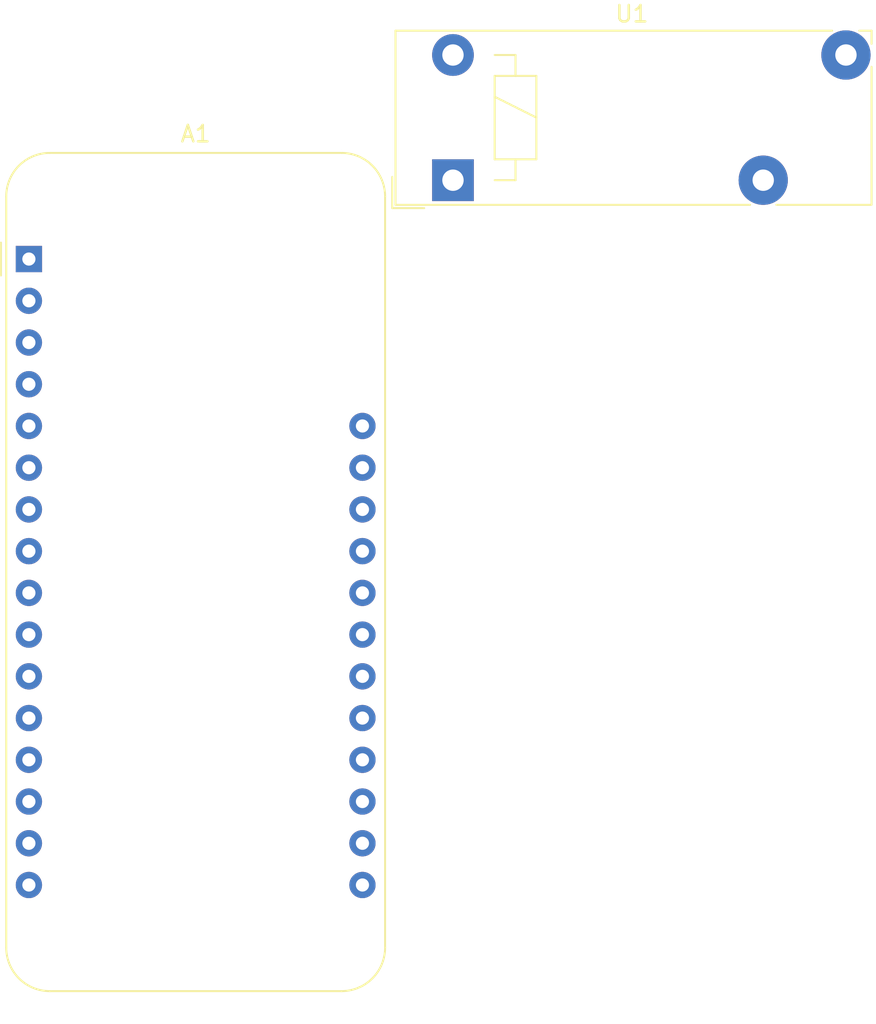
<source format=kicad_pcb>
(kicad_pcb (version 20221018) (generator pcbnew)
  (layers (0 "F.Cu" signal) (31 "B.Cu" signal) (34 "B.Paste" user) (35 "F.Paste" user) (36 "B.SilkS" user "B.Silkscreen") (37 "F.SilkS" user "F.Silkscreen") (38 "B.Mask" user) (39 "F.Mask" user) (44 "Edge.Cuts" user))
  (net 0 "")
  (footprint "Module:Adafruit_Feather" (layer "F.Cu") (at 93.98 58.42)
    (fp_text reference "A1" (at 10.16 -7.62) (layer "F.SilkS"))
    (fp_text value "Adafruit_Feather_Generic")
    (fp_line (start -1.7 1) (end -1.7 -1) (stroke (width 0.12)) (layer "F.SilkS"))
    (fp_line (start -1.38 -3.81) (end -1.38 41.91) (stroke (width 0.12)) (layer "F.SilkS"))
    (fp_line (start 19.05 -6.46) (end 1.27 -6.46) (stroke (width 0.12)) (layer "F.SilkS"))
    (fp_line (start 19.05 44.56) (end 1.27 44.56) (stroke (width 0.12)) (layer "F.SilkS"))
    (fp_line (start 21.7 -3.81) (end 21.7 41.91) (stroke (width 0.12)) (layer "F.SilkS"))
    (fp_arc (start -1.38 -3.81) (mid -0.603833 -5.683833) (end 1.27 -6.46) (stroke (width 0.12)) (layer "F.SilkS"))
    (fp_arc (start 1.27 44.56) (mid -0.603833 43.783833) (end -1.38 41.91) (stroke (width 0.12)) (layer "F.SilkS"))
    (fp_arc (start 19.05 -6.46) (mid 20.923833 -5.683833) (end 21.7 -3.81) (stroke (width 0.12)) (layer "F.SilkS"))
    (fp_arc (start 21.7 41.91) (mid 20.923833 43.783833) (end 19.05 44.56) (stroke (width 0.12)) (layer "F.SilkS"))
    (pad "1" thru_hole rect (at 0 0 180) (size 1.6 1.6) (drill 0.8) (layers "*.Cu" "*.Mask"))
    (pad "2" thru_hole circle (at 0 2.54 180) (size 1.6 1.6) (drill 0.8) (layers "*.Cu" "*.Mask"))
    (pad "3" thru_hole circle (at 0 5.08 180) (size 1.6 1.6) (drill 0.8) (layers "*.Cu" "*.Mask"))
    (pad "4" thru_hole circle (at 0 7.62 180) (size 1.6 1.6) (drill 0.8) (layers "*.Cu" "*.Mask"))
    (pad "5" thru_hole circle (at 0 10.16 180) (size 1.6 1.6) (drill 0.8) (layers "*.Cu" "*.Mask"))
    (pad "6" thru_hole circle (at 0 12.7 180) (size 1.6 1.6) (drill 0.8) (layers "*.Cu" "*.Mask"))
    (pad "7" thru_hole circle (at 0 15.24 180) (size 1.6 1.6) (drill 0.8) (layers "*.Cu" "*.Mask"))
    (pad "8" thru_hole circle (at 0 17.78 180) (size 1.6 1.6) (drill 0.8) (layers "*.Cu" "*.Mask"))
    (pad "9" thru_hole circle (at 0 20.32 180) (size 1.6 1.6) (drill 0.8) (layers "*.Cu" "*.Mask"))
    (pad "10" thru_hole circle (at 0 22.86 180) (size 1.6 1.6) (drill 0.8) (layers "*.Cu" "*.Mask"))
    (pad "11" thru_hole circle (at 0 25.4 180) (size 1.6 1.6) (drill 0.8) (layers "*.Cu" "*.Mask"))
    (pad "12" thru_hole circle (at 0 27.94 180) (size 1.6 1.6) (drill 0.8) (layers "*.Cu" "*.Mask"))
    (pad "13" thru_hole circle (at 0 30.48 180) (size 1.6 1.6) (drill 0.8) (layers "*.Cu" "*.Mask"))
    (pad "14" thru_hole circle (at 0 33.02 180) (size 1.6 1.6) (drill 0.8) (layers "*.Cu" "*.Mask"))
    (pad "15" thru_hole circle (at 0 35.56 180) (size 1.6 1.6) (drill 0.8) (layers "*.Cu" "*.Mask"))
    (pad "16" thru_hole circle (at 0 38.1 180) (size 1.6 1.6) (drill 0.8) (layers "*.Cu" "*.Mask"))
    (pad "17" thru_hole circle (at 20.32 38.1 180) (size 1.6 1.6) (drill 0.8) (layers "*.Cu" "*.Mask"))
    (pad "18" thru_hole circle (at 20.32 35.56 180) (size 1.6 1.6) (drill 0.8) (layers "*.Cu" "*.Mask"))
    (pad "19" thru_hole circle (at 20.32 33.02 180) (size 1.6 1.6) (drill 0.8) (layers "*.Cu" "*.Mask"))
    (pad "20" thru_hole circle (at 20.32 30.48 180) (size 1.6 1.6) (drill 0.8) (layers "*.Cu" "*.Mask"))
    (pad "21" thru_hole circle (at 20.32 27.94 180) (size 1.6 1.6) (drill 0.8) (layers "*.Cu" "*.Mask"))
    (pad "22" thru_hole circle (at 20.32 25.4 180) (size 1.6 1.6) (drill 0.8) (layers "*.Cu" "*.Mask"))
    (pad "23" thru_hole circle (at 20.32 22.86 180) (size 1.6 1.6) (drill 0.8) (layers "*.Cu" "*.Mask"))
    (pad "24" thru_hole circle (at 20.32 20.32 180) (size 1.6 1.6) (drill 0.8) (layers "*.Cu" "*.Mask"))
    (pad "25" thru_hole circle (at 20.32 17.78 180) (size 1.6 1.6) (drill 0.8) (layers "*.Cu" "*.Mask"))
    (pad "26" thru_hole circle (at 20.32 15.24 180) (size 1.6 1.6) (drill 0.8) (layers "*.Cu" "*.Mask"))
    (pad "27" thru_hole circle (at 20.32 12.7 180) (size 1.6 1.6) (drill 0.8) (layers "*.Cu" "*.Mask"))
    (pad "28" thru_hole circle (at 20.32 10.16 180) (size 1.6 1.6) (drill 0.8) (layers "*.Cu" "*.Mask"))
  )
  (footprint "Relay_THT:Relay_1-Form-A_Schrack-RYII_RM5mm" (layer "F.Cu") (at 119.815 53.62)
    (fp_text reference "U1" (at 10.9 -10.12) (layer "F.SilkS"))
    (fp_text value "ADS1015")
    (fp_line (start -3.7 1.7) (end -3.7 -0.2) (stroke (width 0.12)) (layer "F.SilkS"))
    (fp_line (start -3.5 -9.1) (end 23.1 -9.1) (stroke (width 0.12)) (layer "F.SilkS"))
    (fp_line (start -3.5 1.5) (end -3.5 -9.1) (stroke (width 0.12)) (layer "F.SilkS"))
    (fp_line (start -1.75 1.7) (end -3.7 1.7) (stroke (width 0.12)) (layer "F.SilkS"))
    (fp_line (start 2.54 -7.62) (end 3.81 -7.62) (stroke (width 0.12)) (layer "F.SilkS"))
    (fp_line (start 2.54 -6.35) (end 3.81 -6.35) (stroke (width 0.12)) (layer "F.SilkS"))
    (fp_line (start 2.54 -5.08) (end 5.08 -3.81) (stroke (width 0.12)) (layer "F.SilkS"))
    (fp_line (start 2.54 -1.27) (end 2.54 -6.35) (stroke (width 0.12)) (layer "F.SilkS"))
    (fp_line (start 3.81 -7.62) (end 3.81 -6.35) (stroke (width 0.12)) (layer "F.SilkS"))
    (fp_line (start 3.81 -6.35) (end 5.08 -6.35) (stroke (width 0.12)) (layer "F.SilkS"))
    (fp_line (start 3.81 -1.27) (end 3.81 0) (stroke (width 0.12)) (layer "F.SilkS"))
    (fp_line (start 3.81 0) (end 2.54 0) (stroke (width 0.12)) (layer "F.SilkS"))
    (fp_line (start 5.08 -6.35) (end 5.08 -1.27) (stroke (width 0.12)) (layer "F.SilkS"))
    (fp_line (start 5.08 -1.27) (end 2.54 -1.27) (stroke (width 0.12)) (layer "F.SilkS"))
    (fp_line (start 18.1 1.5) (end -3.5 1.5) (stroke (width 0.12)) (layer "F.SilkS"))
    (fp_line (start 24.75 -9.1) (end 25.5 -9.1) (stroke (width 0.12)) (layer "F.SilkS"))
    (fp_line (start 25.45 1.5) (end 19.7 1.5) (stroke (width 0.12)) (layer "F.SilkS"))
    (fp_line (start 25.5 -9.1) (end 25.5 -8.3) (stroke (width 0.12)) (layer "F.SilkS"))
    (fp_line (start 25.5 -6.9) (end 25.5 1.5) (stroke (width 0.12)) (layer "F.SilkS"))
    (pad "11" thru_hole circle (at 18.9 0) (size 3 3) (drill 1.3) (layers "*.Cu" "*.Mask"))
    (pad "14" thru_hole circle (at 23.94 -7.62) (size 3 3) (drill 1.3) (layers "*.Cu" "*.Mask"))
    (pad "A1" thru_hole rect (at 0 0) (size 2.54 2.54) (drill 1.3) (layers "*.Cu" "*.Mask"))
    (pad "A2" thru_hole circle (at 0 -7.62) (size 2.54 2.54) (drill 1.3) (layers "*.Cu" "*.Mask"))
  )
)
</source>
